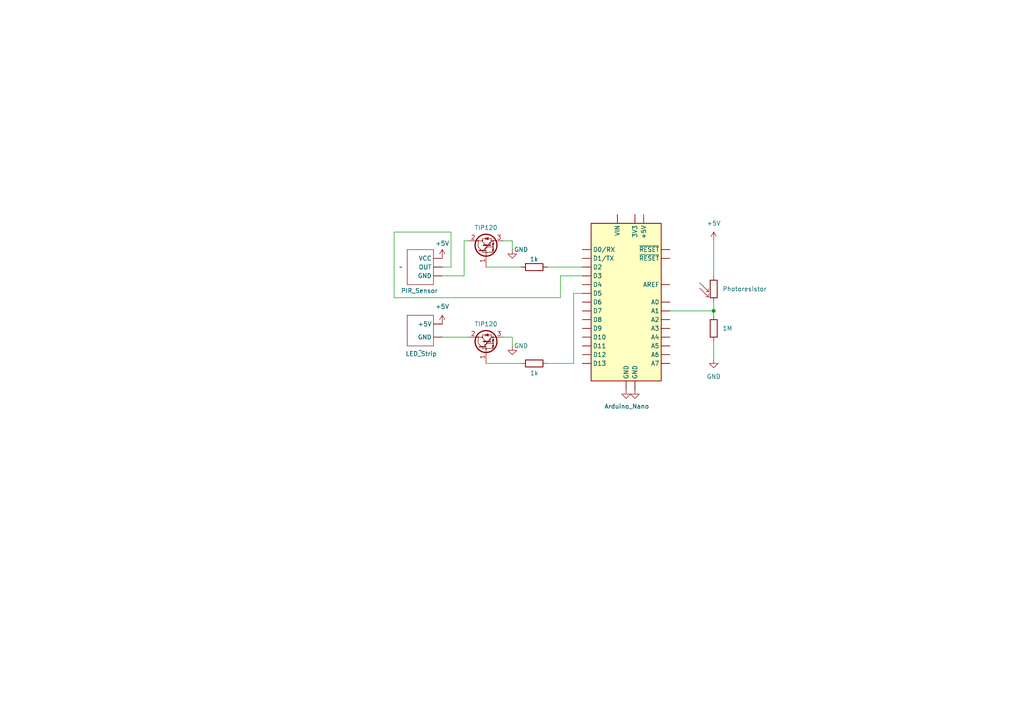
<source format=kicad_sch>
(kicad_sch (version 20231120) (generator "eeschema") (generator_version "8.0")
  (paper "A4")
  (lib_symbols
    (symbol "Device:R" (pin_numbers hide) (pin_names (offset 0))
      (property "Reference" "R" (at 2.032 0 90))
      (property "Value" "R" (at 0 0 90))
      (symbol "R_0_1"
        (rectangle (start -1.016 -2.54) (end 1.016 2.54) (stroke (width 0.254)))
      )
      (symbol "R_1_1"
        (pin passive line (at 0 3.81 270) (length 1.27) (name "~") (number "1"))
        (pin passive line (at 0 -3.81 90) (length 1.27) (name "~") (number "2"))
      )
    )
    (symbol "Device:R_Photo" (pin_numbers hide) (pin_names (offset 0))
      (property "Reference" "R" (at 1.27 1.27 0))
      (property "Value" "R_Photo" (at 1.27 0 0))
      (symbol "R_Photo_0_1"
        (rectangle (start -1.016 2.54) (end 1.016 -2.54) (stroke (width 0.254)))
        (polyline (pts (xy -1.524 -2.286) (xy -4.064 0.254)))
        (polyline (pts (xy -1.524 -2.286) (xy -2.286 -2.286)))
        (polyline (pts (xy -1.524 -2.286) (xy -1.524 -1.524)))
        (polyline (pts (xy -1.524 -0.762) (xy -4.064 1.778)))
        (polyline (pts (xy -1.524 -0.762) (xy -2.286 -0.762)))
        (polyline (pts (xy -1.524 -0.762) (xy -1.524 0)))
      )
      (symbol "R_Photo_1_1"
        (pin passive line (at 0 3.81 270) (length 1.27) (name "~") (number "1"))
        (pin passive line (at 0 -3.81 90) (length 1.27) (name "~") (number "2"))
      )
    )
    (symbol "HC-SR501:HC-SR501" (pin_numbers hide)
      (property "Reference" "U" (at 0 0 0))
      (symbol "HC-SR501_0_1"
        (rectangle (start 2.54 1.27) (end 10.16 -8.89))
      )
      (symbol "HC-SR501_1_1"
        (pin passive line (at 0 -1.27 0) (length 2.54) (name "GND") (number "1"))
        (pin output line (at 0 -3.81 0) (length 2.54) (name "OUT") (number "2"))
        (pin input line (at 0 -6.35 0) (length 2.54) (name "VCC") (number "3"))
      )
    )
    (symbol "LED_Strip:LED_Strip" (pin_numbers hide)
      (property "Reference" "LED_Strip1" (at -1.016 -12.446 0))
      (property "Value" "~" (at -1.27 -11.43 0))
      (symbol "LED_Strip_0_1"
        (rectangle (start -5.08 -10.16) (end 2.54 -1.27))
      )
      (symbol "LED_Strip_1_1"
        (pin input line (at 5.08 -3.81 180) (length 2.54) (name "+5V") (number "1"))
        (pin passive line (at 5.08 -7.62 180) (length 2.54) (name "GND") (number "2"))
      )
    )
    (symbol "MCU_Module:Arduino_Nano_v3.x" (pin_numbers hide)
      (property "Reference" "A" (at -10.16 23.495 0))
      (property "Value" "Arduino_Nano_v3.x" (at 5.08 -24.13 0))
      (symbol "Arduino_Nano_v3.x_0_1"
        (rectangle (start -10.16 22.86) (end 10.16 -22.86) (stroke (width 0.254)) (fill (type background)))
      )
      (symbol "Arduino_Nano_v3.x_1_1"
        (pin bidirectional line (at -12.7 12.7 0) (length 2.54) (name "D1/TX") (number "1"))
        (pin bidirectional line (at -12.7 -2.54 0) (length 2.54) (name "D7") (number "10"))
        (pin bidirectional line (at -12.7 -5.08 0) (length 2.54) (name "D8") (number "11"))
        (pin bidirectional line (at -12.7 -7.62 0) (length 2.54) (name "D9") (number "12"))
        (pin bidirectional line (at -12.7 -10.16 0) (length 2.54) (name "D10") (number "13"))
        (pin bidirectional line (at -12.7 -12.7 0) (length 2.54) (name "D11") (number "14"))
        (pin bidirectional line (at -12.7 -15.24 0) (length 2.54) (name "D12") (number "15"))
        (pin bidirectional line (at -12.7 -17.78 0) (length 2.54) (name "D13") (number "16"))
        (pin power_out line (at 2.54 25.4 270) (length 2.54) (name "3V3") (number "17"))
        (pin input line (at 12.7 5.08 180) (length 2.54) (name "AREF") (number "18"))
        (pin bidirectional line (at 12.7 0 180) (length 2.54) (name "A0") (number "19"))
        (pin bidirectional line (at -12.7 15.24 0) (length 2.54) (name "D0/RX") (number "2"))
        (pin bidirectional line (at 12.7 -2.54 180) (length 2.54) (name "A1") (number "20"))
        (pin bidirectional line (at 12.7 -5.08 180) (length 2.54) (name "A2") (number "21"))
        (pin bidirectional line (at 12.7 -7.62 180) (length 2.54) (name "A3") (number "22"))
        (pin bidirectional line (at 12.7 -10.16 180) (length 2.54) (name "A4") (number "23"))
        (pin bidirectional line (at 12.7 -12.7 180) (length 2.54) (name "A5") (number "24"))
        (pin bidirectional line (at 12.7 -15.24 180) (length 2.54) (name "A6") (number "25"))
        (pin bidirectional line (at 12.7 -17.78 180) (length 2.54) (name "A7") (number "26"))
        (pin power_out line (at 5.08 25.4 270) (length 2.54) (name "+5V") (number "27"))
        (pin input line (at 12.7 15.24 180) (length 2.54) (name "~{RESET}") (number "28"))
        (pin power_in line (at 2.54 -25.4 90) (length 2.54) (name "GND") (number "29"))
        (pin input line (at 12.7 12.7 180) (length 2.54) (name "~{RESET}") (number "3"))
        (pin power_in line (at -2.54 25.4 270) (length 2.54) (name "VIN") (number "30"))
        (pin power_in line (at 0 -25.4 90) (length 2.54) (name "GND") (number "4"))
        (pin bidirectional line (at -12.7 10.16 0) (length 2.54) (name "D2") (number "5"))
        (pin bidirectional line (at -12.7 7.62 0) (length 2.54) (name "D3") (number "6"))
        (pin bidirectional line (at -12.7 5.08 0) (length 2.54) (name "D4") (number "7"))
        (pin bidirectional line (at -12.7 2.54 0) (length 2.54) (name "D5") (number "8"))
        (pin bidirectional line (at -12.7 0 0) (length 2.54) (name "D6") (number "9"))
      )
    )
    (symbol "Transistor_BJT:TIP120" (pin_names (offset 0) hide)
      (property "Reference" "Q" (at 5.08 1.905 0))
      (property "Value" "TIP120" (at 5.08 0 0))
      (symbol "TIP120_0_1"
        (circle (center -0.762 0) (radius 0.127))
        (polyline (pts (xy -1.27 0) (xy -0.889 0)))
        (polyline (pts (xy 2.54 -2.032) (xy 2.54 -2.54)))
        (polyline (pts (xy 2.54 -1.524) (xy 3.175 -1.524)))
        (polyline (pts (xy 2.794 0.127) (xy 3.556 0.127)))
        (polyline (pts (xy 3.175 -0.635) (xy 3.175 -1.524)))
        (polyline (pts (xy 3.175 1.016) (xy 2.54 1.016)))
        (polyline (pts (xy 3.175 1.016) (xy 3.175 0.127)))
        (polyline (pts (xy -0.254 0.762) (xy 0.762 -0.254) (xy 1.27 -0.254)))
        (polyline (pts (xy -0.254 1.016) (xy -0.762 1.016) (xy -0.762 -2.032)))
        (polyline (pts (xy -0.254 1.27) (xy 0.762 2.286) (xy 2.54 2.286)))
        (polyline (pts (xy -0.254 2.032) (xy -0.254 0) (xy -0.254 0)) (stroke (width 0.3048)))
        (polyline (pts (xy 1.27 0.762) (xy 1.27 -1.27) (xy 1.27 -1.27)) (stroke (width 0.381)))
        (polyline (pts (xy 0.635 -0.127) (xy 0.381 0.381) (xy 0.127 0.127) (xy 0.635 -0.127)))
        (polyline (pts (xy 1.27 -0.508) (xy 2.286 -1.524) (xy 2.54 -1.524) (xy 2.54 -2.032)))
        (polyline (pts (xy 1.27 0) (xy 2.286 1.016) (xy 2.54 1.016) (xy 2.54 2.286)))
        (polyline (pts (xy 2.159 -1.397) (xy 1.905 -0.889) (xy 1.651 -1.143) (xy 2.159 -1.397)))
        (polyline (pts (xy 3.175 0.127) (xy 2.794 -0.635) (xy 3.556 -0.635) (xy 3.175 0.127)) (fill (type outline)))
        (polyline (pts (xy 0.762 -2.032) (xy 0.381 -2.032) (xy 0.254 -2.286) (xy 0.127 -1.778) (xy 0 -2.286) (xy -0.127 -1.778) (xy -0.254 -2.286) (xy -0.381 -1.778) (xy -0.508 -2.032) (xy -0.762 -2.032)))
        (polyline (pts (xy 0.762 -0.254) (xy 0.762 -2.032) (xy 1.143 -2.032) (xy 1.27 -1.778) (xy 1.397 -2.286) (xy 1.524 -1.778) (xy 1.651 -2.286) (xy 1.778 -1.778) (xy 1.905 -2.286) (xy 2.032 -2.032) (xy 2.54 -2.032)))
        (circle (center 0.762 -2.032) (radius 0.127))
        (circle (center 0.762 -0.254) (radius 0.127))
        (circle (center 1.27 0) (radius 3.175) (stroke (width 0.3556)))
        (circle (center 2.54 -2.032) (radius 0.127))
        (circle (center 2.54 -1.524) (radius 0.127))
        (circle (center 2.54 1.016) (radius 0.127))
        (circle (center 2.54 2.286) (radius 0.127))
      )
      (symbol "TIP120_1_1"
        (pin input line (at -5.08 0 0) (length 3.81) (name "B") (number "1"))
        (pin passive line (at 2.54 5.08 270) (length 2.667) (name "C") (number "2"))
        (pin passive line (at 2.54 -5.08 90) (length 2.54) (name "E") (number "3"))
      )
    )
    (symbol "power:+5V" (power) (pin_numbers hide) (pin_names (offset 0) hide)
      (property "Value" "+5V" (at 0 3.556 0))
      (symbol "+5V_0_1"
        (polyline (pts (xy -0.762 1.27) (xy 0 2.54)))
        (polyline (pts (xy 0 0) (xy 0 2.54)))
        (polyline (pts (xy 0 2.54) (xy 0.762 1.27)))
      )
      (symbol "+5V_1_1"
        (pin power_in line (at 0 0 90) (length 0) (name "~") (number "1"))
      )
    )
    (symbol "power:GND" (power) (pin_numbers hide) (pin_names (offset 0) hide)
      (property "Value" "GND" (at 0 -3.81 0))
      (symbol "GND_0_1"
        (polyline (pts (xy 0 0) (xy 0 -1.27) (xy 1.27 -1.27) (xy 0 -2.54) (xy -1.27 -1.27) (xy 0 -1.27)))
      )
      (symbol "GND_1_1"
        (pin power_in line (at 0 0 270) (length 0) (name "~") (number "1"))
      )
    )
  )
  (junction (at 207.01 90.17))
  (wire (pts (xy 130.81 77.47) (xy 130.81 67.31)))
  (wire (pts (xy 134.62 69.85) (xy 135.89 69.85)))
  (wire (pts (xy 146.05 97.79) (xy 148.59 97.79)))
  (wire (pts (xy 140.97 77.47) (xy 151.13 77.47)))
  (wire (pts (xy 128.27 77.47) (xy 130.81 77.47)))
  (wire (pts (xy 148.59 97.79) (xy 148.59 100.33)))
  (wire (pts (xy 166.37 85.09) (xy 166.37 105.41)))
  (wire (pts (xy 128.27 97.79) (xy 135.89 97.79)))
  (wire (pts (xy 207.01 90.17) (xy 207.01 91.44)))
  (wire (pts (xy 148.59 69.85) (xy 148.59 72.39)))
  (wire (pts (xy 158.75 105.41) (xy 166.37 105.41)))
  (wire (pts (xy 162.56 80.01) (xy 168.91 80.01)))
  (wire (pts (xy 140.97 105.41) (xy 151.13 105.41)))
  (wire (pts (xy 128.27 80.01) (xy 134.62 80.01)))
  (wire (pts (xy 162.56 86.36) (xy 162.56 80.01)))
  (wire (pts (xy 114.3 67.31) (xy 114.3 86.36)))
  (wire (pts (xy 146.05 69.85) (xy 148.59 69.85)))
  (wire (pts (xy 207.01 87.63) (xy 207.01 90.17)))
  (wire (pts (xy 158.75 77.47) (xy 168.91 77.47)))
  (wire (pts (xy 166.37 85.09) (xy 168.91 85.09)))
  (wire (pts (xy 207.01 90.17) (xy 194.31 90.17)))
  (wire (pts (xy 207.01 99.06) (xy 207.01 104.14)))
  (wire (pts (xy 114.3 86.36) (xy 162.56 86.36)))
  (wire (pts (xy 130.81 67.31) (xy 114.3 67.31)))
  (wire (pts (xy 134.62 69.85) (xy 134.62 80.01)))
  (wire (pts (xy 207.01 69.85) (xy 207.01 80.01)))
  (symbol (lib_id "Transistor_BJT:TIP120") (at 140.97 72.39 90) (unit 1)
    (property "Reference" "Q1" (effects (hide yes)))
    (property "Value" "TIP120" (at 140.97 66.04 90))
    (property "Footprint" "Package_TO_SOT_THT:TO-220-3_Vertical" (effects (hide yes)))
    (property "Datasheet" "https://www.onsemi.com/pub/Collateral/TIP120-D.PDF" (effects (hide yes)))
    (property "Description" "5A Ic, 60V Vce, Silicon Darlington Power NPN Transistor, TO-220" (effects (hide yes)))
  )
  (symbol (lib_id "Device:R") (at 207.01 95.25 0) (unit 1)
    (property "Reference" "R2" (effects (hide yes)))
    (property "Value" "1M" (at 209.55 95.25 0) (effects (justify left)))
    (property "Description" "Resistor" (effects (hide yes)))
  )
  (symbol (lib_id "power:GND") (at 207.01 104.14 0) (unit 1)
    (property "Reference" "#PWR01" (effects (hide yes)))
    (property "Value" "GND" (at 207.01 109.22 0))
    (property "Description" "Power symbol creates a global label with name \"GND\" , ground" (effects (hide yes)))
  )
  (symbol (lib_id "power:+5V") (at 207.01 69.85 0) (unit 1)
    (property "Reference" "#PWR07" (effects (hide yes)))
    (property "Value" "+5V" (at 207.01 64.77 0))
    (property "Description" "Power symbol creates a global label with name \"+5V\"" (effects (hide yes)))
  )
  (symbol (lib_id "Transistor_BJT:TIP120") (at 140.97 100.33 90) (unit 1)
    (property "Reference" "Q2" (effects (hide yes)))
    (property "Value" "TIP120" (at 140.97 93.98 90))
    (property "Footprint" "Package_TO_SOT_THT:TO-220-3_Vertical" (effects (hide yes)))
    (property "Datasheet" "https://www.onsemi.com/pub/Collateral/TIP120-D.PDF" (effects (hide yes)))
    (property "Description" "5A Ic, 60V Vce, Silicon Darlington Power NPN Transistor, TO-220" (effects (hide yes)))
  )
  (symbol (lib_id "power:GND") (at 148.59 100.33 0) (unit 1)
    (property "Reference" "#PWR03" (effects (hide yes)))
    (property "Value" "GND" (at 151.13 100.33 0))
    (property "Description" "Power symbol creates a global label with name \"GND\" , ground" (effects (hide yes)))
  )
  (symbol (lib_id "LED_Strip:LED_Strip") (at 123.19 90.17 0) (unit 1)
    (property "Reference" "LED_Strip" (at 122.174 102.616 0))
    (property "Value" "~" (at 121.92 101.6 0))
  )
  (symbol (lib_id "power:GND") (at 181.61 113.03 0) (unit 1)
    (property "Reference" "#PWR05" (effects (hide yes)))
    (property "Value" "GND" (effects (hide yes)))
    (property "Description" "Power symbol creates a global label with name \"GND\" , ground" (effects (hide yes)))
  )
  (symbol (lib_id "power:GND") (at 148.59 72.39 0) (unit 1)
    (property "Reference" "#PWR02" (effects (hide yes)))
    (property "Value" "GND" (at 151.13 72.39 0))
    (property "Description" "Power symbol creates a global label with name \"GND\" , ground" (effects (hide yes)))
  )
  (symbol (lib_id "Device:R_Photo") (at 207.01 83.82 0) (unit 1)
    (property "Reference" "R1" (effects (hide yes)))
    (property "Value" "Photoresistor" (at 209.55 83.82 0) (effects (justify left)))
    (property "Description" "Photoresistor" (effects (hide yes)))
  )
  (symbol (lib_id "Device:R") (at 154.94 77.47 270) (unit 1)
    (property "Reference" "R3" (effects (hide yes)))
    (property "Value" "1k" (at 153.67 75.184 90) (effects (justify left)))
    (property "Description" "Resistor" (effects (hide yes)))
  )
  (symbol (lib_id "HC-SR501:HC-SR501") (at 128.27 81.28 180) (unit 1)
    (property "Reference" "PIR_Sensor" (at 127 84.328 0) (effects (justify left)))
    (property "Value" "~" (at 116.84 77.47 0) (effects (justify left)))
  )
  (symbol (lib_id "power:+5V") (at 128.27 74.93 0) (unit 1)
    (property "Reference" "#PWR08" (effects (hide yes)))
    (property "Value" "+5V" (at 128.27 70.612 0))
    (property "Description" "Power symbol creates a global label with name \"+5V\"" (effects (hide yes)))
  )
  (symbol (lib_id "power:+5V") (at 128.27 93.98 0) (unit 1)
    (property "Reference" "#PWR06" (effects (hide yes)))
    (property "Value" "+5V" (at 128.27 88.9 0))
    (property "Description" "Power symbol creates a global label with name \"+5V\"" (effects (hide yes)))
  )
  (symbol (lib_id "power:GND") (at 184.15 113.03 0) (unit 1)
    (property "Reference" "#PWR04" (effects (hide yes)))
    (property "Value" "GND" (effects (hide yes)))
    (property "Description" "Power symbol creates a global label with name \"GND\" , ground" (effects (hide yes)))
  )
  (symbol (lib_id "MCU_Module:Arduino_Nano_v3.x") (at 181.61 87.63 0) (unit 1)
    (property "Reference" "A1" (effects (hide yes)))
    (property "Value" "Arduino_Nano" (at 175.26 117.856 0) (effects (justify left)))
    (property "Footprint" "Module:Arduino_Nano" (effects (hide yes)))
    (property "Datasheet" "http://www.mouser.com/pdfdocs/Gravitech_Arduino_Nano3_0.pdf" (effects (hide yes)))
    (property "Description" "Arduino Nano v3.x" (effects (hide yes)))
  )
  (symbol (lib_id "Device:R") (at 154.94 105.41 90) (unit 1)
    (property "Reference" "R4" (effects (hide yes)))
    (property "Value" "1k" (at 154.94 108.204 90))
    (property "Description" "Resistor" (effects (hide yes)))
  )
)
</source>
